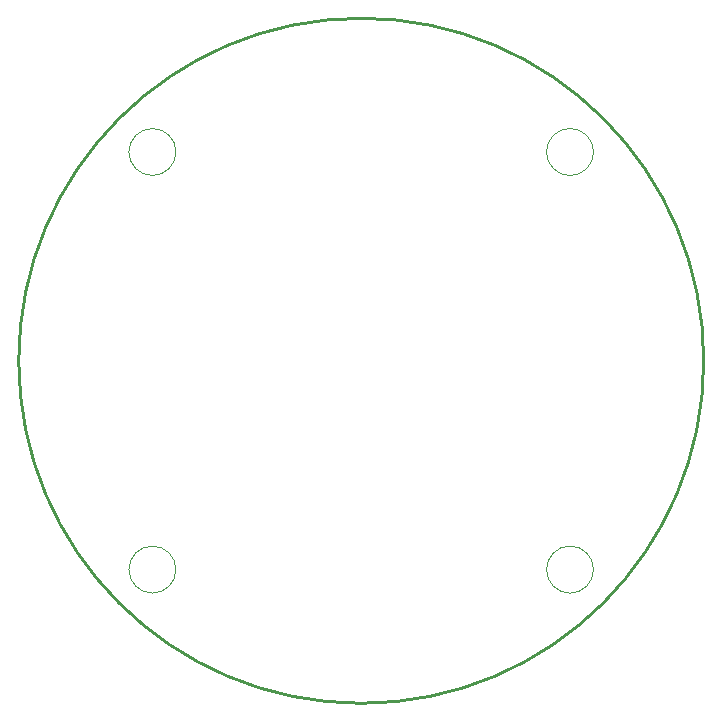
<source format=gko>
G04*
G04 #@! TF.GenerationSoftware,Altium Limited,Altium Designer,22.7.1 (60)*
G04*
G04 Layer_Color=16711935*
%FSLAX44Y44*%
%MOMM*%
G71*
G04*
G04 #@! TF.SameCoordinates,8A5828DB-0F62-4D68-8539-0FC61A56A6C0*
G04*
G04*
G04 #@! TF.FilePolarity,Positive*
G04*
G01*
G75*
%ADD44C,0.2540*%
%ADD59C,0.0100*%
D44*
X580000Y290000D02*
G03*
X580000Y290000I-290000J0D01*
G01*
D59*
X486730Y466780D02*
G03*
X466780Y486730I-19950J0D01*
G01*
X580050Y290000D02*
G03*
X290000Y580050I-290050J0D01*
G01*
X466780Y446830D02*
G03*
X486730Y466780I0J19950D01*
G01*
X466780Y486730D02*
G03*
X446830Y466780I0J-19950D01*
G01*
D02*
G03*
X466780Y446830I19950J0D01*
G01*
X486730Y113220D02*
G03*
X466780Y133170I-19950J0D01*
G01*
X290000Y-50D02*
G03*
X580050Y290000I0J290050D01*
G01*
X466780Y93270D02*
G03*
X486730Y113220I0J19950D01*
G01*
X466780Y133170D02*
G03*
X446830Y113220I0J-19950D01*
G01*
D02*
G03*
X466780Y93270I19950J0D01*
G01*
X290000Y580050D02*
G03*
X-50Y290000I0J-290050D01*
G01*
X133170Y466780D02*
G03*
X113220Y486730I-19950J0D01*
G01*
Y446830D02*
G03*
X133170Y466780I0J19950D01*
G01*
X113220Y486730D02*
G03*
X93270Y466780I0J-19950D01*
G01*
D02*
G03*
X113220Y446830I19950J0D01*
G01*
X133170Y113220D02*
G03*
X113220Y133170I-19950J0D01*
G01*
X-50Y290000D02*
G03*
X290000Y-50I290050J0D01*
G01*
X113220Y93270D02*
G03*
X133170Y113220I0J19950D01*
G01*
X113220Y133170D02*
G03*
X93270Y113220I0J-19950D01*
G01*
D02*
G03*
X113220Y93270I19950J0D01*
G01*
M02*

</source>
